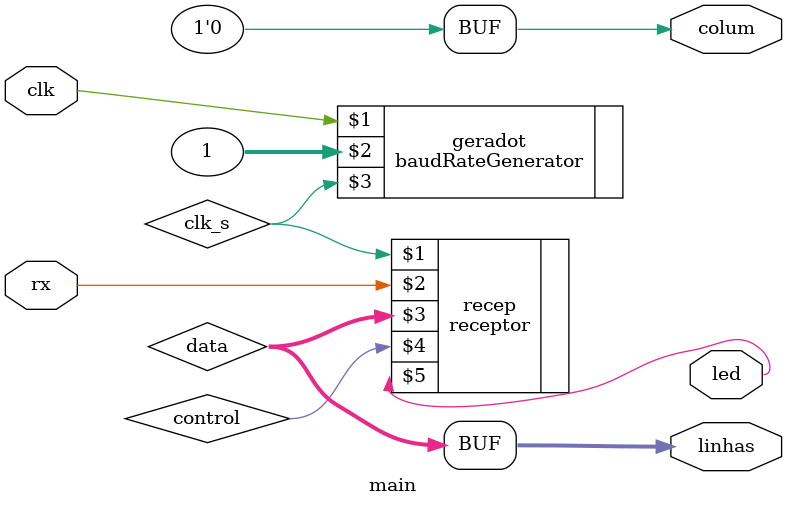
<source format=v>
module main(input clk, input rx, output led, output colum, output [7:0] linhas);
	wire clk_s, control;
	wire [7:0] data;
	baudRateGenerator geradot(clk, 1, clk_s);
	receptor recep(clk_s, rx, data, control, led);
	assign colum = 0;
	assign linhas = data;
endmodule

</source>
